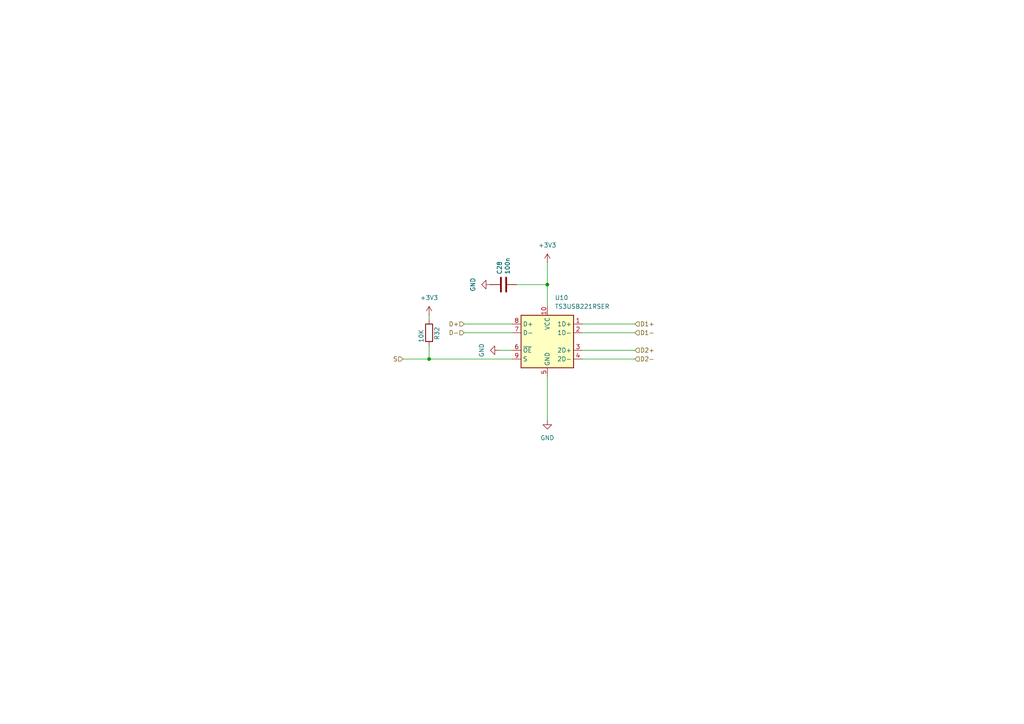
<source format=kicad_sch>
(kicad_sch (version 20250114) (generator "eeschema") (generator_version "9.0")
  (paper "A4")
  (title_block (title "${NAME}") (date "2025-05-26") (rev "${VERSION}") (company "Mikhail Matveev") (comment 1 "https://github.com/xtremespb/frank"))
  (lib_symbols
    (symbol "Device:C" (pin_numbers (hide yes)) (pin_names (offset 0.254))
      (property "Reference" "C" (at 0.635 2.54 0))
      (property "Value" "C" (at 0.635 -2.54 0))
      (symbol "C_0_1"
        (polyline (pts (xy -2.032 0.762) (xy 2.032 0.762)) (stroke (width 0.508)))
        (polyline (pts (xy -2.032 -0.762) (xy 2.032 -0.762)) (stroke (width 0.508)))
      )
      (symbol "C_1_1"
        (pin passive line (at 0 3.81 270) (length 2.794) (name "~") (number "1"))
        (pin passive line (at 0 -3.81 90) (length 2.794) (name "~") (number "2"))
      )
    )
    (symbol "Device:R" (pin_numbers (hide yes)) (pin_names (offset 0))
      (property "Reference" "R" (at 2.032 0 90))
      (property "Value" "R" (at 0 0 90))
      (symbol "R_0_1"
        (rectangle (start -1.016 -2.54) (end 1.016 2.54) (stroke (width 0.254)))
      )
      (symbol "R_1_1"
        (pin passive line (at 0 3.81 270) (length 1.27) (name "~") (number "1"))
        (pin passive line (at 0 -3.81 90) (length 1.27) (name "~") (number "2"))
      )
    )
    (symbol "FRANK:TS3USB221RSER"
      (property "Reference" "U8" (at 2.1433 12.7 0))
      (property "Value" "TS3USB221RSER" (at 2.1433 10.16 0))
      (symbol "TS3USB221RSER_0_1"
        (rectangle (start 7.62 7.62) (end -7.62 -7.62) (stroke (width 0.254)) (fill (type background)))
      )
      (symbol "TS3USB221RSER_1_1"
        (pin bidirectional line (at -10.16 5.08 0) (length 2.54) (name "D+") (number "8"))
        (pin bidirectional line (at -10.16 2.54 0) (length 2.54) (name "D-") (number "7"))
        (pin input line (at -10.16 -2.54 0) (length 2.54) (name "~{OE}") (number "6"))
        (pin input line (at -10.16 -5.08 0) (length 2.54) (name "S") (number "9"))
        (pin power_in line (at 0 10.16 270) (length 2.54) (name "VCC") (number "10"))
        (pin power_in line (at 0 -10.16 90) (length 2.54) (name "GND") (number "5"))
        (pin bidirectional line (at 10.16 5.08 180) (length 2.54) (name "1D+") (number "1"))
        (pin bidirectional line (at 10.16 2.54 180) (length 2.54) (name "1D-") (number "2"))
        (pin bidirectional line (at 10.16 -2.54 180) (length 2.54) (name "2D+") (number "3"))
        (pin bidirectional line (at 10.16 -5.08 180) (length 2.54) (name "2D-") (number "4"))
      )
    )
    (symbol "power:+3V3" (power) (pin_numbers (hide yes)) (pin_names (offset 0) (hide yes))
      (property "Value" "+3V3" (at 0 3.556 0))
      (symbol "+3V3_0_1"
        (polyline (pts (xy -0.762 1.27) (xy 0 2.54)))
        (polyline (pts (xy 0 2.54) (xy 0.762 1.27)))
        (polyline (pts (xy 0 0) (xy 0 2.54)))
      )
      (symbol "+3V3_1_1"
        (pin power_in line (at 0 0 90) (length 0) (name "~") (number "1"))
      )
    )
    (symbol "power:GND" (power) (pin_numbers (hide yes)) (pin_names (offset 0) (hide yes))
      (property "Value" "GND" (at 0 -3.81 0))
      (symbol "GND_0_1"
        (polyline (pts (xy 0 0) (xy 0 -1.27) (xy 1.27 -1.27) (xy 0 -2.54) (xy -1.27 -1.27) (xy 0 -1.27)))
      )
      (symbol "GND_1_1"
        (pin power_in line (at 0 0 270) (length 0) (name "~") (number "1"))
      )
    )
  )
  (junction (at 124.46 104.14))
  (junction (at 158.75 82.55))
  (wire (pts (xy 134.62 96.52) (xy 148.59 96.52)))
  (wire (pts (xy 158.75 76.2) (xy 158.75 82.55)))
  (wire (pts (xy 124.46 104.14) (xy 148.59 104.14)))
  (wire (pts (xy 158.75 109.22) (xy 158.75 121.92)))
  (wire (pts (xy 168.91 101.6) (xy 184.15 101.6)))
  (wire (pts (xy 149.86 82.55) (xy 158.75 82.55)))
  (wire (pts (xy 124.46 104.14) (xy 124.46 100.33)))
  (wire (pts (xy 144.78 101.6) (xy 148.59 101.6)))
  (wire (pts (xy 158.75 82.55) (xy 158.75 88.9)))
  (wire (pts (xy 116.84 104.14) (xy 124.46 104.14)))
  (wire (pts (xy 124.46 92.71) (xy 124.46 91.44)))
  (wire (pts (xy 168.91 96.52) (xy 184.15 96.52)))
  (wire (pts (xy 168.91 93.98) (xy 184.15 93.98)))
  (wire (pts (xy 134.62 93.98) (xy 148.59 93.98)))
  (wire (pts (xy 168.91 104.14) (xy 184.15 104.14)))
  (hierarchical_label "S" (shape input) (at 116.84 104.14 180))
  (hierarchical_label "D2-" (shape input) (at 184.15 104.14 0))
  (hierarchical_label "D+" (shape input) (at 134.62 93.98 180))
  (hierarchical_label "D2+" (shape input) (at 184.15 101.6 0))
  (hierarchical_label "D-" (shape input) (at 134.62 96.52 180))
  (hierarchical_label "D1-" (shape input) (at 184.15 96.52 0))
  (hierarchical_label "D1+" (shape input) (at 184.15 93.98 0))
  (symbol (lib_id "FRANK:TS3USB221RSER") (at 158.75 99.06 0) (unit 1)
    (property "Reference" "U10" (at 160.8933 86.36 0) (effects (justify left)))
    (property "Value" "TS3USB221RSER" (at 160.8933 88.9 0) (effects (justify left)))
    (property "Footprint" "FRANK:UQFN-10" (effects (hide yes)))
    (property "Datasheet" "https://www.ti.com/lit/gpn/ts3usb221" (effects (hide yes)))
    (property "Description" "High-Speed USB 2.0 1:2 Multiplexer/Demultiplexer Switch with Single Enable, UQFN-10" (effects (hide yes)))
    (property "AliExpress" "https://vi.aliexpress.com/item/1005004217168769.html" (effects (hide yes)))
  )
  (symbol (lib_id "power:GND") (at 144.78 101.6 270) (unit 1)
    (property "Reference" "#PWR072" (effects (hide yes)))
    (property "Value" "GND" (at 139.7 101.6 0))
    (property "Description" "Power symbol creates a global label with name \"GND\" , ground" (effects (hide yes)))
  )
  (symbol (lib_id "Device:C") (at 146.05 82.55 90) (unit 1)
    (property "Reference" "C28" (at 144.8816 79.629 0) (effects (justify left)))
    (property "Value" "100n" (at 147.193 79.629 0) (effects (justify left)))
    (property "Footprint" "FRANK:Capacitor (0805)" (effects (hide yes)))
    (property "Datasheet" "https://eu.mouser.com/datasheet/2/40/KGM_X7R-3223212.pdf" (effects (hide yes)))
    (property "AliExpress" "https://www.aliexpress.com/item/33008008276.html" (effects (hide yes)))
  )
  (symbol (lib_id "power:+3V3") (at 158.75 76.2 0) (unit 1)
    (property "Reference" "#PWR069" (effects (hide yes)))
    (property "Value" "+3V3" (at 158.75 71.12 0))
    (property "Description" "Power symbol creates a global label with name \"+3V3\"" (effects (hide yes)))
  )
  (symbol (lib_id "Device:R") (at 124.46 96.52 0) (unit 1)
    (property "Reference" "R32" (at 126.746 94.742 90) (effects (justify right)))
    (property "Value" "10K" (at 122.174 95.504 90) (effects (justify right)))
    (property "Footprint" "FRANK:Resistor (0805)" (effects (hide yes)))
    (property "Datasheet" "https://www.vishay.com/docs/28952/mcs0402at-mct0603at-mcu0805at-mca1206at.pdf" (effects (hide yes)))
    (property "AliExpress" "https://www.aliexpress.com/item/1005005945735199.html" (effects (hide yes)))
  )
  (symbol (lib_id "power:+3V3") (at 124.46 91.44 0) (unit 1)
    (property "Reference" "#PWR071" (effects (hide yes)))
    (property "Value" "+3V3" (at 124.46 86.36 0))
    (property "Description" "Power symbol creates a global label with name \"+3V3\"" (effects (hide yes)))
  )
  (symbol (lib_id "power:GND") (at 142.24 82.55 270) (unit 1)
    (property "Reference" "#PWR070" (effects (hide yes)))
    (property "Value" "GND" (at 137.16 82.55 0))
    (property "Description" "Power symbol creates a global label with name \"GND\" , ground" (effects (hide yes)))
  )
  (symbol (lib_id "power:GND") (at 158.75 121.92 0) (unit 1)
    (property "Reference" "#PWR073" (effects (hide yes)))
    (property "Value" "GND" (at 158.75 127 0))
    (property "Description" "Power symbol creates a global label with name \"GND\" , ground" (effects (hide yes)))
  )
)
</source>
